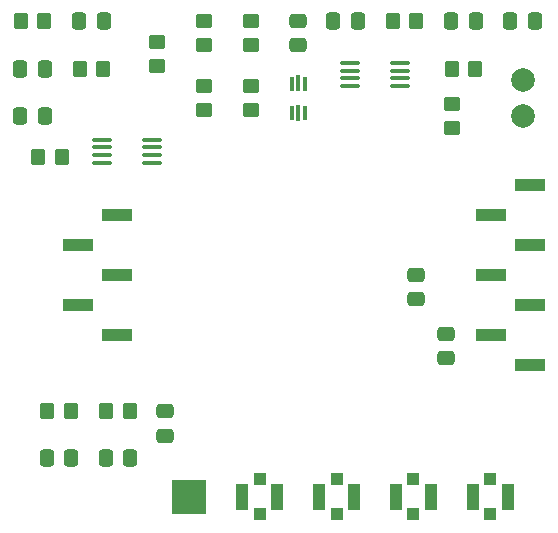
<source format=gts>
G04 #@! TF.GenerationSoftware,KiCad,Pcbnew,6.0.6-1.fc36*
G04 #@! TF.CreationDate,2022-07-29T12:49:35+02:00*
G04 #@! TF.ProjectId,CosmicWatch-ventidue,436f736d-6963-4576-9174-63682d76656e,rev?*
G04 #@! TF.SameCoordinates,Original*
G04 #@! TF.FileFunction,Soldermask,Top*
G04 #@! TF.FilePolarity,Negative*
%FSLAX46Y46*%
G04 Gerber Fmt 4.6, Leading zero omitted, Abs format (unit mm)*
G04 Created by KiCad (PCBNEW 6.0.6-1.fc36) date 2022-07-29 12:49:35*
%MOMM*%
%LPD*%
G01*
G04 APERTURE LIST*
G04 Aperture macros list*
%AMRoundRect*
0 Rectangle with rounded corners*
0 $1 Rounding radius*
0 $2 $3 $4 $5 $6 $7 $8 $9 X,Y pos of 4 corners*
0 Add a 4 corners polygon primitive as box body*
4,1,4,$2,$3,$4,$5,$6,$7,$8,$9,$2,$3,0*
0 Add four circle primitives for the rounded corners*
1,1,$1+$1,$2,$3*
1,1,$1+$1,$4,$5*
1,1,$1+$1,$6,$7*
1,1,$1+$1,$8,$9*
0 Add four rect primitives between the rounded corners*
20,1,$1+$1,$2,$3,$4,$5,0*
20,1,$1+$1,$4,$5,$6,$7,0*
20,1,$1+$1,$6,$7,$8,$9,0*
20,1,$1+$1,$8,$9,$2,$3,0*%
G04 Aperture macros list end*
%ADD10R,2.510000X1.000000*%
%ADD11RoundRect,0.250000X0.450000X-0.350000X0.450000X0.350000X-0.450000X0.350000X-0.450000X-0.350000X0*%
%ADD12RoundRect,0.250000X-0.475000X0.337500X-0.475000X-0.337500X0.475000X-0.337500X0.475000X0.337500X0*%
%ADD13R,3.000000X3.000000*%
%ADD14R,1.000000X1.000000*%
%ADD15R,1.050000X2.200000*%
%ADD16RoundRect,0.100000X-0.712500X-0.100000X0.712500X-0.100000X0.712500X0.100000X-0.712500X0.100000X0*%
%ADD17RoundRect,0.250000X-0.337500X-0.475000X0.337500X-0.475000X0.337500X0.475000X-0.337500X0.475000X0*%
%ADD18RoundRect,0.250000X-0.450000X0.350000X-0.450000X-0.350000X0.450000X-0.350000X0.450000X0.350000X0*%
%ADD19RoundRect,0.250000X0.350000X0.450000X-0.350000X0.450000X-0.350000X-0.450000X0.350000X-0.450000X0*%
%ADD20RoundRect,0.250000X0.475000X-0.337500X0.475000X0.337500X-0.475000X0.337500X-0.475000X-0.337500X0*%
%ADD21RoundRect,0.250000X-0.350000X-0.450000X0.350000X-0.450000X0.350000X0.450000X-0.350000X0.450000X0*%
%ADD22RoundRect,0.250000X0.337500X0.475000X-0.337500X0.475000X-0.337500X-0.475000X0.337500X-0.475000X0*%
%ADD23C,2.000000*%
%ADD24R,0.375000X1.250000*%
%ADD25R,0.300000X1.400000*%
G04 APERTURE END LIST*
D10*
X96655000Y-129880000D03*
X93345000Y-132420000D03*
X96655000Y-134960000D03*
X93345000Y-137500000D03*
X96655000Y-140040000D03*
X93345000Y-142580000D03*
X96655000Y-145120000D03*
D11*
X65000000Y-119750000D03*
X65000000Y-117750000D03*
D12*
X87000000Y-137462500D03*
X87000000Y-139537500D03*
D13*
X67750000Y-156250000D03*
D11*
X73000000Y-123500000D03*
X73000000Y-121500000D03*
D14*
X73750000Y-154750000D03*
D15*
X72275000Y-156250000D03*
D14*
X73750000Y-157750000D03*
D15*
X75225000Y-156250000D03*
D14*
X93250000Y-154750000D03*
D15*
X91775000Y-156250000D03*
D14*
X93250000Y-157750000D03*
D15*
X94725000Y-156250000D03*
D16*
X60387500Y-126025000D03*
X60387500Y-126675000D03*
X60387500Y-127325000D03*
X60387500Y-127975000D03*
X64612500Y-127975000D03*
X64612500Y-127325000D03*
X64612500Y-126675000D03*
X64612500Y-126025000D03*
D17*
X60712500Y-153000000D03*
X62787500Y-153000000D03*
D18*
X90000000Y-123000000D03*
X90000000Y-125000000D03*
D17*
X89962500Y-116000000D03*
X92037500Y-116000000D03*
D19*
X57000000Y-127500000D03*
X55000000Y-127500000D03*
D12*
X89500000Y-142462500D03*
X89500000Y-144537500D03*
D20*
X77000000Y-118037500D03*
X77000000Y-115962500D03*
D14*
X80250000Y-154750000D03*
D15*
X78775000Y-156250000D03*
D14*
X80250000Y-157750000D03*
D15*
X81725000Y-156250000D03*
D16*
X81387500Y-119525000D03*
X81387500Y-120175000D03*
X81387500Y-120825000D03*
X81387500Y-121475000D03*
X85612500Y-121475000D03*
X85612500Y-120825000D03*
X85612500Y-120175000D03*
X85612500Y-119525000D03*
D14*
X86750000Y-154750000D03*
D15*
X85275000Y-156250000D03*
D14*
X86750000Y-157750000D03*
D15*
X88225000Y-156250000D03*
D21*
X90000000Y-120000000D03*
X92000000Y-120000000D03*
D22*
X55537500Y-120000000D03*
X53462500Y-120000000D03*
D21*
X58500000Y-120000000D03*
X60500000Y-120000000D03*
X85000000Y-116000000D03*
X87000000Y-116000000D03*
D10*
X61655000Y-132382500D03*
X58345000Y-134922500D03*
X61655000Y-137462500D03*
X58345000Y-140002500D03*
X61655000Y-142542500D03*
D23*
X96000000Y-124000000D03*
D17*
X94962500Y-116000000D03*
X97037500Y-116000000D03*
D19*
X55500000Y-116000000D03*
X53500000Y-116000000D03*
D22*
X55537500Y-124000000D03*
X53462500Y-124000000D03*
X57787500Y-153000000D03*
X55712500Y-153000000D03*
D12*
X65750000Y-149000000D03*
X65750000Y-151075000D03*
D17*
X79962500Y-116000000D03*
X82037500Y-116000000D03*
X58462500Y-116000000D03*
X60537500Y-116000000D03*
D11*
X69000000Y-123500000D03*
X69000000Y-121500000D03*
D21*
X55750000Y-149000000D03*
X57750000Y-149000000D03*
D23*
X96000000Y-121000000D03*
D11*
X69000000Y-118000000D03*
X69000000Y-116000000D03*
X73000000Y-118000000D03*
X73000000Y-116000000D03*
D24*
X76462500Y-123725000D03*
D25*
X77000000Y-123800000D03*
D24*
X77537500Y-123725000D03*
X77537500Y-121275000D03*
D25*
X77000000Y-121200000D03*
D24*
X76462500Y-121275000D03*
D21*
X60750000Y-149000000D03*
X62750000Y-149000000D03*
M02*

</source>
